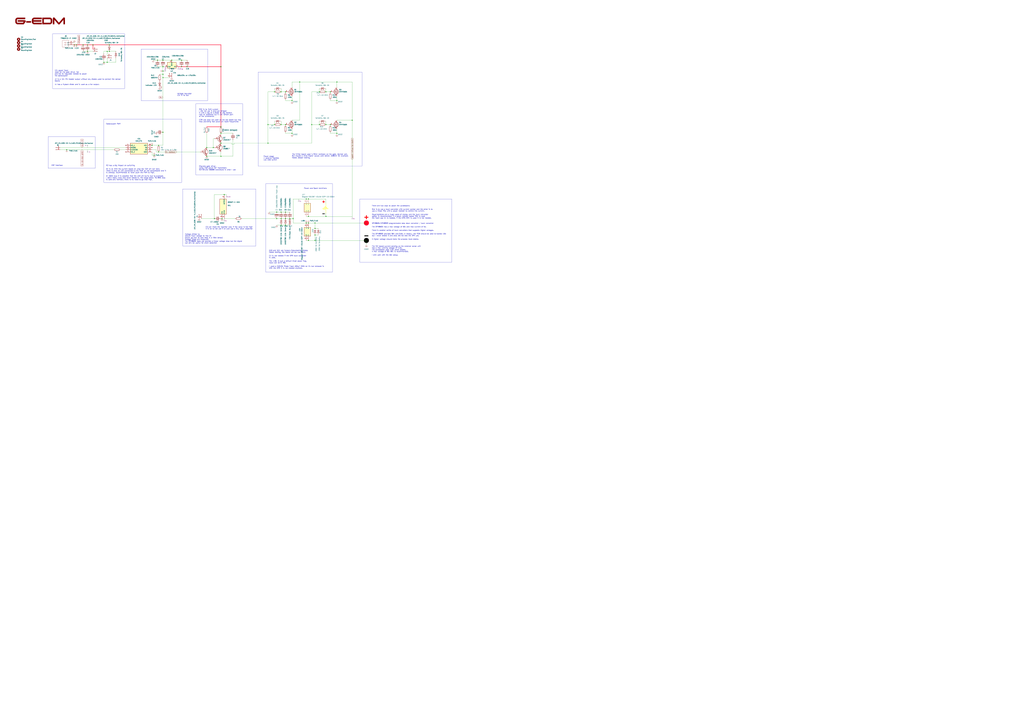
<source format=kicad_sch>
(kicad_sch (version 20230121) (generator eeschema)
  (paper "A0")
  (lib_symbols
    (symbol "2024-07-21_03-06-01:796643-2" (pin_names (offset 0.254))
      (property "Reference" "J" (at 8.89 6.35 0))
      (property "Value" "796643-2" (at 0 0 0))
      (symbol "796643-2_1_1"
        (pin unspecified line (at 0 0 0) (length 5.08) (name "1") (number "1"))
        (pin unspecified line (at 0 -2.54 0) (length 5.08) (name "2") (number "2"))
      )
      (symbol "796643-2_1_2"
        (pin unspecified line (at 0 0 0) (length 5.08) (name "1") (number "1"))
        (pin unspecified line (at 0 -2.54 0) (length 5.08) (name "2") (number "2"))
      )
    )
    (symbol "3006P-1-103b:3006P-1-103"
      (property "Reference" "VR" (at 24.13 7.62 0))
      (property "Value" "3006P-1-103" (at 24.13 5.08 0))
      (symbol "3006P-1-103_1_1"
        (pin passive line (at 27.94 0 180) (length 5.08) (name "CCW") (number "1"))
        (pin passive line (at 0 0 0) (length 5.08) (name "WIPER") (number "2"))
        (pin passive line (at 27.94 -2.54 180) (length 5.08) (name "CW") (number "3"))
      )
    )
    (symbol "6N136Sa:6N136S"
      (property "Reference" "IC2" (at 15.24 7.62 0))
      (property "Value" "6N136S" (at 15.24 5.08 0))
      (symbol "6N136S_1_1"
        (pin no_connect line (at 0 0 0) (length 5.08) (name "NC_1") (number "1"))
        (pin passive line (at 0 -2.54 0) (length 5.08) (name "ANODE") (number "2"))
        (pin passive line (at 0 -5.08 0) (length 5.08) (name "CATHODE") (number "3"))
        (pin no_connect line (at 0 -7.62 0) (length 5.08) (name "NC_2") (number "4"))
        (pin passive line (at 30.48 -7.62 180) (length 5.08) (name "GND") (number "5"))
        (pin passive line (at 30.48 -5.08 180) (length 5.08) (name "VO") (number "6"))
        (pin no_connect line (at 30.48 -2.54 180) (length 5.08) (name "VB") (number "7"))
        (pin passive line (at 30.48 0 180) (length 5.08) (name "VCC") (number "8"))
      )
    )
    (symbol "Connector:Conn_01x02_Pin" (pin_names (offset 1.016) hide)
      (property "Reference" "J" (at 0 2.54 0))
      (property "Value" "Conn_01x02_Pin" (at 0 -5.08 0))
      (symbol "Conn_01x02_Pin_1_1"
        (pin passive line (at 5.08 0 180) (length 3.81) (name "Pin_1") (number "1"))
        (pin passive line (at 5.08 -2.54 180) (length 3.81) (name "Pin_2") (number "2"))
      )
    )
    (symbol "DEGSON_DG135T-10_16-02P-13-00A:DEGSON_DG135T-10.16-02P-13-00AH"
      (property "Reference" "J" (at 16.51 7.62 0))
      (property "Value" "DEGSON_DG135T-10.16-02P-13-00AH" (at 16.51 5.08 0))
      (symbol "DEGSON_DG135T-10.16-02P-13-00AH_1_1"
        (pin passive line (at 0 -2.54 0) (length 5.08) (name "1") (number "1"))
        (pin passive line (at 0 0 0) (length 5.08) (name "2") (number "2"))
        (pin passive line (at 20.32 -2.54 180) (length 5.08) (name "3") (number "3"))
        (pin passive line (at 20.32 0 180) (length 5.08) (name "4") (number "4"))
      )
    )
    (symbol "Device:C" (pin_numbers hide) (pin_names (offset 0.254))
      (property "Reference" "C" (at 0.635 2.54 0))
      (property "Value" "C" (at 0.635 -2.54 0))
      (symbol "C_1_1"
        (pin passive line (at 0 3.81 270) (length 2.794) (name "~") (number "1"))
        (pin passive line (at 0 -3.81 90) (length 2.794) (name "~") (number "2"))
      )
    )
    (symbol "Device:C_Polarized" (pin_numbers hide) (pin_names (offset 0.254))
      (property "Reference" "C" (at 0.635 2.54 0))
      (property "Value" "C_Polarized" (at 0.635 -2.54 0))
      (symbol "C_Polarized_1_1"
        (pin passive line (at 0 3.81 270) (length 2.794) (name "~") (number "1"))
        (pin passive line (at 0 -3.81 90) (length 2.794) (name "~") (number "2"))
      )
    )
    (symbol "Device:D" (pin_numbers hide) (pin_names (offset 1.016) hide)
      (property "Reference" "D" (at 0 2.54 0))
      (property "Value" "D" (at 0 -2.54 0))
      (symbol "D_1_1"
        (pin passive line (at -3.81 0 0) (length 2.54) (name "K") (number "1"))
        (pin passive line (at 3.81 0 180) (length 2.54) (name "A") (number "2"))
      )
    )
    (symbol "Device:D_Schottky" (pin_numbers hide) (pin_names (offset 1.016) hide)
      (property "Reference" "D" (at 0 2.54 0))
      (property "Value" "D_Schottky" (at 0 -2.54 0))
      (symbol "D_Schottky_1_1"
        (pin passive line (at -3.81 0 0) (length 2.54) (name "K") (number "1"))
        (pin passive line (at 3.81 0 180) (length 2.54) (name "A") (number "2"))
      )
    )
    (symbol "Device:D_Zener" (pin_numbers hide) (pin_names (offset 1.016) hide)
      (property "Reference" "D" (at 0 2.54 0))
      (property "Value" "D_Zener" (at 0 -2.54 0))
      (symbol "D_Zener_1_1"
        (pin passive line (at -3.81 0 0) (length 2.54) (name "K") (number "1"))
        (pin passive line (at 3.81 0 180) (length 2.54) (name "A") (number "2"))
      )
    )
    (symbol "Device:LED" (pin_numbers hide) (pin_names (offset 1.016) hide)
      (property "Reference" "D" (at 0 2.54 0))
      (property "Value" "LED" (at 0 -2.54 0))
      (symbol "LED_1_1"
        (pin passive line (at -3.81 0 0) (length 2.54) (name "K") (number "1"))
        (pin passive line (at 3.81 0 180) (length 2.54) (name "A") (number "2"))
      )
    )
    (symbol "Device:R" (pin_numbers hide) (pin_names (offset 0))
      (property "Reference" "R" (at 2.032 0 90))
      (property "Value" "R" (at 0 0 90))
      (symbol "R_1_1"
        (pin passive line (at 0 3.81 270) (length 1.27) (name "~") (number "1"))
        (pin passive line (at 0 -3.81 90) (length 1.27) (name "~") (number "2"))
      )
    )
    (symbol "Diode:SMAJ300CA" (pin_numbers hide) (pin_names (offset 1.016) hide)
      (property "Reference" "D" (at 0 2.54 0))
      (property "Value" "SMAJ300CA" (at 0 -2.54 0))
      (symbol "SMAJ300CA_1_1"
        (pin passive line (at -3.81 0 0) (length 2.54) (name "A1") (number "1"))
        (pin passive line (at 3.81 0 180) (length 2.54) (name "A2") (number "2"))
      )
    )
    (symbol "Mechanical:MountingHole" (pin_names (offset 1.016))
      (property "Reference" "H" (at 0 5.08 0))
      (property "Value" "MountingHole" (at 0 3.175 0))
    )
    (symbol "Regulator_Linear:L7805" (pin_names (offset 0.254))
      (property "Reference" "U" (at -3.81 3.175 0))
      (property "Value" "L7805" (at 0 3.175 0))
      (symbol "L7805_1_1"
        (pin power_in line (at -7.62 0 0) (length 2.54) (name "IN") (number "1"))
        (pin power_in line (at 0 -7.62 90) (length 2.54) (name "GND") (number "2"))
        (pin power_out line (at 7.62 0 180) (length 2.54) (name "OUT") (number "3"))
      )
    )
    (symbol "Transistor_BJT:2SB817" (pin_names (offset 0) hide)
      (property "Reference" "Q" (at 5.08 1.905 0))
      (property "Value" "2SB817" (at 5.08 0 0))
      (symbol "2SB817_1_1"
        (pin input line (at -5.08 0 0) (length 5.08) (name "B") (number "1"))
        (pin passive line (at 2.54 5.08 270) (length 2.54) (name "C") (number "2"))
        (pin passive line (at 2.54 -5.08 90) (length 2.54) (name "E") (number "3"))
      )
    )
    (symbol "Transistor_BJT:2SD1047" (pin_names (offset 0) hide)
      (property "Reference" "Q" (at 6.35 1.905 0))
      (property "Value" "2SD1047" (at 6.35 0 0))
      (symbol "2SD1047_1_1"
        (pin input line (at -5.08 0 0) (length 5.08) (name "B") (number "1"))
        (pin passive line (at 2.54 5.08 270) (length 2.54) (name "C") (number "2"))
        (pin passive line (at 2.54 -5.08 90) (length 2.54) (name "E") (number "3"))
      )
    )
    (symbol "Transistor_FET:C2M0025120D" (pin_names hide)
      (property "Reference" "Q" (at 5.08 1.905 0))
      (property "Value" "C2M0025120D" (at 5.08 0 0))
      (symbol "C2M0025120D_1_1"
        (pin input line (at -5.08 0 0) (length 2.54) (name "G") (number "1"))
        (pin passive line (at 2.54 5.08 270) (length 2.54) (name "D") (number "2"))
        (pin passive line (at 2.54 -5.08 90) (length 2.54) (name "S") (number "3"))
      )
    )
    (symbol "logo-gedm:LOGO" (pin_names (offset 1.016)))
    (symbol "power:+12V" (power) (pin_names (offset 0))
      (property "Value" "+12V" (at 0 3.556 0))
      (symbol "+12V_1_1"
        (pin power_in line (at 0 0 90) (length 0) hide (name "+12V") (number "1"))
      )
    )
    (symbol "power:+48V" (power) (pin_names (offset 0))
      (property "Value" "+48V" (at 0 3.556 0))
      (symbol "+48V_1_1"
        (pin power_in line (at 0 0 90) (length 0) hide (name "+48V") (number "1"))
      )
    )
    (symbol "power:GND2" (power) (pin_names (offset 0))
      (property "Value" "GND2" (at 0 -3.81 0))
      (symbol "GND2_1_1"
        (pin power_in line (at 0 0 270) (length 0) hide (name "GND2") (number "1"))
      )
    )
    (symbol "power:PWR_FLAG" (power) (pin_numbers hide) (pin_names (offset 0) hide)
      (property "Value" "PWR_FLAG" (at 0 3.81 0))
      (symbol "PWR_FLAG_0_0"
        (pin power_out line (at 0 0 90) (length 0) (name "pwr") (number "1"))
      )
    )
  )
  (junction (at 408.94 139.7))
  (junction (at 365.76 265.43))
  (junction (at 340.36 254))
  (junction (at 331.47 261.62))
  (junction (at 331.47 254))
  (junction (at 318.77 144.78))
  (junction (at 240.03 171.45))
  (junction (at 370.84 106.68))
  (junction (at 107.95 52.07))
  (junction (at 189.23 90.17))
  (junction (at 311.15 166.37))
  (junction (at 326.39 246.38))
  (junction (at 240.03 181.61))
  (junction (at 120.65 72.39))
  (junction (at 383.54 106.68))
  (junction (at 336.55 254))
  (junction (at 378.46 144.78))
  (junction (at 101.6 59.69))
  (junction (at 331.47 144.78))
  (junction (at 358.14 231.14))
  (junction (at 321.31 254))
  (junction (at 326.39 254))
  (junction (at 347.98 95.25))
  (junction (at 256.54 147.32))
  (junction (at 260.35 226.06))
  (junction (at 86.36 52.07))
  (junction (at 256.54 181.61))
  (junction (at 339.09 154.94))
  (junction (at 365.76 259.08))
  (junction (at 182.88 69.85))
  (junction (at 378.46 251.46))
  (junction (at 331.47 106.68))
  (junction (at 391.16 116.84))
  (junction (at 247.65 171.45))
  (junction (at 124.46 72.39))
  (junction (at 189.23 69.85))
  (junction (at 339.09 116.84))
  (junction (at 358.14 259.08))
  (junction (at 361.95 144.78))
  (junction (at 189.23 153.67))
  (junction (at 77.47 173.99))
  (junction (at 318.77 106.68))
  (junction (at 256.54 77.47))
  (junction (at 257.81 254))
  (junction (at 199.39 69.85))
  (junction (at 370.84 144.78))
  (junction (at 311.15 144.78))
  (junction (at 88.9 52.07))
  (junction (at 127 52.07))
  (junction (at 217.17 77.47))
  (junction (at 355.6 259.08))
  (junction (at 383.54 144.78))
  (junction (at 256.54 166.37))
  (junction (at 210.82 69.85))
  (junction (at 391.16 154.94))
  (junction (at 365.76 279.4))
  (junction (at 176.53 168.91))
  (junction (at 189.23 77.47))
  (junction (at 326.39 261.62))
  (junction (at 179.07 180.34))
  (junction (at 321.31 246.38))
  (junction (at 127 59.69))
  (junction (at 355.6 231.14))
  (junction (at 248.92 254))
  (junction (at 365.76 273.05))
  (junction (at 189.23 86.36))
  (junction (at 378.46 106.68))
  (junction (at 184.15 176.53))
  (junction (at 326.39 144.78))
  (junction (at 101.6 52.07))
  (junction (at 96.52 52.07))
  (junction (at 124.46 59.69))
  (junction (at 184.15 168.91))
  (junction (at 210.82 77.47))
  (junction (at 256.54 154.94))
  (junction (at 391.16 95.25))
  (junction (at 358.14 279.4))
  (junction (at 331.47 246.38))
  (junction (at 326.39 106.68))
  (junction (at 189.23 82.55))
  (junction (at 358.14 251.46))
  (wire (pts (xy 361.95 144.78) (xy 361.95 106.68)))
  (wire (pts (xy 139.7 173.99) (xy 146.05 173.99)))
  (wire (pts (xy 189.23 153.67) (xy 189.23 168.91)))
  (wire (pts (xy 365.76 279.4) (xy 425.45 279.4)))
  (wire (pts (xy 340.36 231.14) (xy 355.6 231.14)))
  (wire (pts (xy 240.03 181.61) (xy 256.54 181.61)))
  (wire (pts (xy 311.15 144.78) (xy 311.15 166.37)))
  (wire (pts (xy 127 59.69) (xy 124.46 59.69)))
  (wire (pts (xy 256.54 154.94) (xy 270.51 154.94)))
  (wire (pts (xy 96.52 59.69) (xy 101.6 59.69)))
  (wire (pts (xy 339.09 95.25) (xy 339.09 101.6)))
  (wire (pts (xy 318.77 140.97) (xy 318.77 144.78)))
  (wire (pts (xy 358.14 251.46) (xy 355.6 251.46)))
  (polyline (pts (xy 378.46 247.65) (xy 378.46 243.84)) (stroke (width 0.3) (color 253 255 20 1)))
  (wire (pts (xy 96.52 52.07) (xy 101.6 52.07)) (stroke (width 0.5) (color 255 3 41 1)))
  (wire (pts (xy 391.16 154.94) (xy 391.16 149.86)))
  (wire (pts (xy 336.55 254) (xy 340.36 254)))
  (wire (pts (xy 189.23 77.47) (xy 189.23 82.55)))
  (wire (pts (xy 331.47 107.95) (xy 331.47 106.68)))
  (wire (pts (xy 365.76 259.08) (xy 425.45 259.08)))
  (wire (pts (xy 248.92 226.06) (xy 260.35 226.06)))
  (wire (pts (xy 358.14 251.46) (xy 378.46 251.46)))
  (polyline (pts (xy 381 242.57) (xy 375.92 241.3)) (stroke (width 0.3) (color 253 255 20 1)))
  (wire (pts (xy 339.09 156.21) (xy 339.09 154.94)))
  (wire (pts (xy 378.46 144.78) (xy 383.54 144.78)))
  (wire (pts (xy 256.54 77.47) (xy 256.54 147.32)) (stroke (width 0.5) (color 255 3 41 1)))
  (wire (pts (xy 336.55 246.38) (xy 331.47 246.38)))
  (wire (pts (xy 355.6 259.08) (xy 358.14 259.08)))
  (wire (pts (xy 340.36 259.08) (xy 355.6 259.08)))
  (wire (pts (xy 378.46 247.65) (xy 378.46 251.46)))
  (wire (pts (xy 88.9 52.07) (xy 96.52 52.07)) (stroke (width 0.5) (color 255 3 41 1)))
  (wire (pts (xy 365.76 259.08) (xy 365.76 265.43)))
  (wire (pts (xy 101.6 59.69) (xy 107.95 59.69)))
  (wire (pts (xy 378.46 106.68) (xy 383.54 106.68)))
  (wire (pts (xy 280.67 254) (xy 321.31 254)))
  (wire (pts (xy 124.46 67.31) (xy 124.46 72.39)))
  (wire (pts (xy 378.46 251.46) (xy 408.94 251.46)))
  (wire (pts (xy 107.95 52.07) (xy 127 52.07)) (stroke (width 0.5) (color 255 3 41 1)))
  (wire (pts (xy 120.65 59.69) (xy 124.46 59.69)))
  (wire (pts (xy 408.94 139.7) (xy 408.94 251.46)))
  (wire (pts (xy 331.47 254) (xy 336.55 254)))
  (wire (pts (xy 69.85 173.99) (xy 77.47 173.99)))
  (wire (pts (xy 271.78 166.37) (xy 271.78 167.64)))
  (wire (pts (xy 182.88 77.47) (xy 189.23 77.47)))
  (wire (pts (xy 383.54 154.94) (xy 391.16 154.94)))
  (polyline (pts (xy 374.65 242.57) (xy 381 242.57)) (stroke (width 0.3) (color 253 255 20 1)))
  (wire (pts (xy 269.24 166.37) (xy 269.24 167.64)))
  (wire (pts (xy 370.84 102.87) (xy 370.84 106.68)))
  (wire (pts (xy 134.62 72.39) (xy 124.46 72.39)))
  (wire (pts (xy 270.51 162.56) (xy 270.51 181.61)))
  (wire (pts (xy 233.68 254) (xy 248.92 254)))
  (wire (pts (xy 391.16 118.11) (xy 391.16 116.84)))
  (wire (pts (xy 408.94 95.25) (xy 408.94 139.7)))
  (wire (pts (xy 85.09 52.07) (xy 86.36 52.07)) (stroke (width 0.5) (color 255 3 41 1)))
  (wire (pts (xy 189.23 86.36) (xy 189.23 90.17)))
  (wire (pts (xy 326.39 254) (xy 331.47 254)))
  (wire (pts (xy 247.65 161.29) (xy 248.92 161.29)))
  (wire (pts (xy 391.16 95.25) (xy 391.16 101.6)))
  (wire (pts (xy 378.46 102.87) (xy 378.46 106.68)))
  (wire (pts (xy 256.54 181.61) (xy 270.51 181.61)))
  (wire (pts (xy 326.39 144.78) (xy 331.47 144.78)))
  (wire (pts (xy 247.65 171.45) (xy 248.92 171.45)))
  (polyline (pts (xy 377.19 240.03) (xy 378.46 240.03)) (stroke (width 0.3) (color 253 255 20 1)))
  (wire (pts (xy 326.39 261.62) (xy 331.47 261.62)))
  (wire (pts (xy 189.23 90.17) (xy 196.85 90.17)))
  (wire (pts (xy 199.39 69.85) (xy 210.82 69.85)))
  (wire (pts (xy 240.03 147.32) (xy 256.54 147.32)) (stroke (width 0.5) (color 255 3 41 1)))
  (wire (pts (xy 370.84 140.97) (xy 370.84 144.78)))
  (wire (pts (xy 311.15 166.37) (xy 361.95 166.37)))
  (wire (pts (xy 383.54 146.05) (xy 383.54 144.78)))
  (wire (pts (xy 365.76 279.4) (xy 365.76 273.05)))
  (wire (pts (xy 425.45 279.4) (xy 425.45 284.48)))
  (wire (pts (xy 217.17 77.47) (xy 256.54 77.47)) (stroke (width 0.5) (color 255 3 41 1)))
  (polyline (pts (xy 375.92 241.3) (xy 379.73 241.3)) (stroke (width 0.3) (color 253 255 20 1)))
  (wire (pts (xy 189.23 69.85) (xy 199.39 69.85)))
  (wire (pts (xy 391.16 156.21) (xy 391.16 154.94)))
  (wire (pts (xy 184.15 168.91) (xy 189.23 168.91)))
  (wire (pts (xy 391.16 95.25) (xy 408.94 95.25)))
  (wire (pts (xy 120.65 72.39) (xy 124.46 72.39)))
  (wire (pts (xy 247.65 161.29) (xy 247.65 171.45)))
  (wire (pts (xy 358.14 259.08) (xy 365.76 259.08)))
  (wire (pts (xy 361.95 166.37) (xy 361.95 144.78)))
  (wire (pts (xy 358.14 231.14) (xy 378.46 231.14)))
  (wire (pts (xy 391.16 116.84) (xy 391.16 111.76)))
  (wire (pts (xy 256.54 181.61) (xy 256.54 176.53)))
  (polyline (pts (xy 378.46 240.03) (xy 378.46 236.22)) (stroke (width 0.3) (color 253 255 20 1)))
  (wire (pts (xy 256.54 254) (xy 257.81 254)))
  (wire (pts (xy 391.16 139.7) (xy 408.94 139.7)))
  (wire (pts (xy 77.47 173.99) (xy 132.08 173.99)))
  (wire (pts (xy 256.54 52.07) (xy 256.54 77.47)) (stroke (width 0.5) (color 255 3 41 1)))
  (wire (pts (xy 340.36 231.14) (xy 340.36 254)))
  (wire (pts (xy 134.62 67.31) (xy 134.62 72.39)))
  (wire (pts (xy 248.92 226.06) (xy 248.92 254)))
  (wire (pts (xy 331.47 154.94) (xy 339.09 154.94)))
  (wire (pts (xy 378.46 231.14) (xy 378.46 236.22)))
  (wire (pts (xy 339.09 95.25) (xy 347.98 95.25)))
  (wire (pts (xy 336.55 261.62) (xy 331.47 261.62)))
  (wire (pts (xy 361.95 144.78) (xy 370.84 144.78)))
  (wire (pts (xy 120.65 62.23) (xy 120.65 59.69)))
  (wire (pts (xy 339.09 118.11) (xy 339.09 116.84)))
  (wire (pts (xy 210.82 77.47) (xy 217.17 77.47)) (stroke (width 0.5) (color 255 3 41 1)))
  (wire (pts (xy 383.54 116.84) (xy 383.54 115.57)))
  (wire (pts (xy 256.54 166.37) (xy 269.24 166.37)))
  (wire (pts (xy 383.54 154.94) (xy 383.54 153.67)))
  (wire (pts (xy 210.82 69.85) (xy 217.17 69.85)))
  (wire (pts (xy 331.47 116.84) (xy 331.47 115.57)))
  (wire (pts (xy 361.95 106.68) (xy 370.84 106.68)))
  (wire (pts (xy 240.03 171.45) (xy 247.65 171.45)))
  (wire (pts (xy 207.01 77.47) (xy 210.82 77.47)) (stroke (width 0.5) (color 255 3 41 1)))
  (wire (pts (xy 339.09 116.84) (xy 339.09 111.76)))
  (wire (pts (xy 311.15 106.68) (xy 318.77 106.68)))
  (wire (pts (xy 176.53 176.53) (xy 176.53 180.34)))
  (wire (pts (xy 271.78 166.37) (xy 311.15 166.37)))
  (wire (pts (xy 355.6 231.14) (xy 358.14 231.14)))
  (wire (pts (xy 358.14 279.4) (xy 365.76 279.4)))
  (wire (pts (xy 347.98 95.25) (xy 347.98 139.7)))
  (wire (pts (xy 339.09 154.94) (xy 339.09 149.86)))
  (wire (pts (xy 124.46 59.69) (xy 124.46 64.77)))
  (wire (pts (xy 273.05 254) (xy 260.35 254)))
  (wire (pts (xy 189.23 77.47) (xy 191.77 77.47)))
  (wire (pts (xy 177.8 69.85) (xy 182.88 69.85)))
  (wire (pts (xy 326.39 106.68) (xy 331.47 106.68)))
  (wire (pts (xy 269.24 167.64) (xy 271.78 167.64)))
  (wire (pts (xy 326.39 102.87) (xy 326.39 106.68)))
  (wire (pts (xy 326.39 140.97) (xy 326.39 144.78)))
  (wire (pts (xy 326.39 246.38) (xy 331.47 246.38)))
  (wire (pts (xy 331.47 146.05) (xy 331.47 144.78)))
  (wire (pts (xy 365.76 265.43) (xy 369.57 265.43)))
  (wire (pts (xy 127 52.07) (xy 123.19 52.07)))
  (wire (pts (xy 331.47 116.84) (xy 339.09 116.84)))
  (wire (pts (xy 365.76 273.05) (xy 369.57 273.05)))
  (wire (pts (xy 69.85 171.45) (xy 146.05 171.45)))
  (wire (pts (xy 189.23 90.17) (xy 189.23 153.67)))
  (wire (pts (xy 182.88 69.85) (xy 189.23 69.85)))
  (wire (pts (xy 256.54 154.94) (xy 256.54 156.21)))
  (wire (pts (xy 260.35 226.06) (xy 262.89 226.06)))
  (polyline (pts (xy 379.73 241.3) (xy 377.19 240.03)) (stroke (width 0.3) (color 253 255 20 1)))
  (wire (pts (xy 331.47 154.94) (xy 331.47 153.67)))
  (wire (pts (xy 181.61 176.53) (xy 184.15 176.53)))
  (wire (pts (xy 127 52.07) (xy 256.54 52.07)) (stroke (width 0.5) (color 255 3 41 1)))
  (polyline (pts (xy 378.46 243.84) (xy 374.65 242.57)) (stroke (width 0.3) (color 253 255 20 1)))
  (wire (pts (xy 184.15 176.53) (xy 232.41 176.53)))
  (wire (pts (xy 85.09 49.53) (xy 86.36 49.53)))
  (wire (pts (xy 176.53 168.91) (xy 184.15 168.91)))
  (wire (pts (xy 383.54 107.95) (xy 383.54 106.68)))
  (wire (pts (xy 347.98 95.25) (xy 391.16 95.25)))
  (wire (pts (xy 88.9 52.07) (xy 86.36 52.07)) (stroke (width 0.5) (color 255 3 41 1)))
  (wire (pts (xy 181.61 173.99) (xy 181.61 176.53)))
  (wire (pts (xy 185.42 86.36) (xy 189.23 86.36)))
  (wire (pts (xy 107.95 52.07) (xy 107.95 57.15)) (stroke (width 0.5) (color 255 3 41 1)))
  (wire (pts (xy 321.31 261.62) (xy 326.39 261.62)))
  (wire (pts (xy 321.31 254) (xy 326.39 254)))
  (wire (pts (xy 127 59.69) (xy 134.62 59.69)))
  (wire (pts (xy 101.6 52.07) (xy 107.95 52.07)) (stroke (width 0.5) (color 255 3 41 1)))
  (wire (pts (xy 120.65 69.85) (xy 120.65 72.39)))
  (wire (pts (xy 383.54 116.84) (xy 391.16 116.84)))
  (wire (pts (xy 347.98 139.7) (xy 339.09 139.7)))
  (wire (pts (xy 318.77 102.87) (xy 318.77 106.68)))
  (wire (pts (xy 240.03 154.94) (xy 240.03 171.45)))
  (wire (pts (xy 340.36 254) (xy 340.36 259.08)))
  (wire (pts (xy 312.42 246.38) (xy 321.31 246.38)))
  (wire (pts (xy 176.53 180.34) (xy 179.07 180.34)))
  (wire (pts (xy 311.15 106.68) (xy 311.15 144.78)))
  (wire (pts (xy 311.15 144.78) (xy 318.77 144.78)))
  (wire (pts (xy 321.31 246.38) (xy 326.39 246.38)))
  (wire (pts (xy 176.53 173.99) (xy 181.61 173.99)))
  (wire (pts (xy 189.23 82.55) (xy 189.23 86.36)))
  (wire (pts (xy 355.6 279.4) (xy 358.14 279.4)))
  (wire (pts (xy 378.46 140.97) (xy 378.46 144.78)))
  (rectangle (start 120.65 138.43) (end 210.82 212.09))
  (rectangle (start 60.96 39.37) (end 144.78 102.87))
  (circle (center 425.45 279.4) (radius 2.8398) (stroke (width 0) (color 0 0 0 1)) (fill (type color) (color 0 0 0 1)))
  (rectangle (start 417.83 231.14) (end 524.51 304.8))
  (rectangle (start 163.83 57.15) (end 241.3 116.84))
  (rectangle (start 212.09 219.71) (end 297.18 285.75))
  (rectangle (start 55.88 158.75) (end 110.49 195.58))
  (rectangle (start 308.61 213.36) (end 386.08 316.23))
  (rectangle (start 299.72 83.82) (end 420.37 193.04))
  (rectangle (start 227.33 120.65) (end 281.94 203.2))
  (circle (center 425.45 259.08) (radius 2.8398) (stroke (width 0) (color 255 0 19 1)) (fill (type color) (color 255 2 34 1)))
  (text "There are two ways to power the pulseboard.\n\nOne is to use a buck converter with current control and the other is to \nuse a linear PSU with a power resistor to control the current.\n\nPowerresistors are a huge waste of energy and the buck converter \noption is recommended. If a power resistor based PSU is used \nthe flash cap C4 is needed. If the DPM/DPH is used it is not needed.\n\n\nDPM8605/DPH8909 programmable step down converter / buck converter\n\nThe DPM8605 has a max voltage of 60v and max current of 5A.\n\nThere is another series of buck converters that supports higher voltages.\n\nThe DPH8909 provides 96V and 9,6A. In theory.. the PCB should be able to handle 10A\nbut I never tested it and also did not test the DPH yet.\n\nA higher voltage should make the process more stable.\n\n\n\nThe INA based current sensing on the external sense unit\nhas a max working voltage of 110v. \nThe pulseboard uses 110v zener diodes.\nA max voltage of 80-90v is recommended.\n\nI still work with the 60v setup." (at 431.8 297.18 0) (effects (font (size 1.27 1.27)) (justify left bottom)))
  (text "C5 can make the reaction slow if the value is too high\nIt is ok to not use it or just use a tiny value capacitor" (at 238.76 266.7 0) (effects (font (size 1.27 1.27)) (justify left bottom)))
  (text "Power stage\n4 parallel Mosfets\nLow side switch" (at 306.07 186.69 0) (effects (font (size 1.27 1.27)) (justify left bottom)))
  (text "R31 is to limit current\nI did not use it and just bridged\nit with a leg of a diode or big resistor\nHad no problems but it will remain part \nof the schematics\n\nC29 was also not used on the old board but may \nhelp providing fast power on rapid frequencies" (at 231.14 142.24 0) (effects (font (size 1.27 1.27)) (justify left bottom)))
  (text "-" (at 373.38 250.19 0) (effects (font (size 3 3) (thickness 1) bold) (justify left bottom)))
  (text "Optocoupler PWM" (at 123.19 144.78 0) (effects (font (size 1.27 1.27)) (justify left bottom)))
  (text "-" (at 421.64 276.86 0) (effects (font (size 5 5) (thickness 1) bold) (justify left bottom)))
  (text "Voltage divider to\nreduce input voltage to max 5v \n(never go max 5v and keep it a little below)\nVoltage drops are measured\nThe DPM8605 does not provide a linear voltage drop but the signal\ncan still be useful for short detection" (at 214.63 283.21 0) (effects (font (size 1.27 1.27)) (justify left bottom)))
  (text "Power and Spark terminals" (at 353.06 219.71 0) (effects (font (size 1.27 1.27)) (justify left bottom)))
  (text "R2 has a big impact on switching\n\nR1 is to limit the current based on what the ESP pin can take.\nThere is also an LED connected to the PWM on the sensorboard and it\nis strongly recommended to never push the PWM to high.\n\nAt 100% duty it is possible that the ESP pin burns due to overload.\nI don't really know and never tested it. The range below 70/80% duty\nis safe and normally there is no need to go that high." (at 123.19 209.55 0) (effects (font (size 1.27 1.27)) (justify left bottom)))
  (text "12v power input\nUsed for the gate driver, fan\nand the 5v regulator needed to power \nthe optocoupler\n\nJ2 is a 12v Pin header output without any diodes used to connect the sensor\nboard.\n\nJ4 has a flyback diode and is used as a fan output." (at 63.5 99.06 0) (effects (font (size 1.27 1.27)) (justify left bottom)))
  (text "+" (at 421.64 255.27 0) (effects (font (size 5 5) (thickness 1) bold) (justify left bottom)))
  (text "Discrete gate driver\nusing high power BJT transistors\nSD718 and SB688 transistors is what I use" (at 231.14 198.12 0) (effects (font (size 1.27 1.27)) (justify left bottom)))
  (text "D20 and D21 are flyback/freewheeling diodes\nNeeds testing. Old board did not use them.\n\nC4 is not needed if the DPM buck converter\nis used.\n\nThe +48v is just a default kicad power flag. \nInput can be 0-90v \n\nI used a CAMION Photo Flash 100µF 330V on C4 but removed it.\nWith the DPM it is not needed anymore." (at 312.42 312.42 0) (effects (font (size 1.27 1.27)) (justify left bottom)))
  (text "Voltage regulator\n12v in 5v out" (at 205.74 111.76 0) (effects (font (size 1.27 1.27)) (justify left bottom)))
  (text "+" (at 373.38 236.22 0) (effects (font (size 3 3) (thickness 1) bold) (justify left bottom)))
  (text "The initial board used 4.7Ohm resistors on the gate. Worked well.\nBut maybe a little higher values work better. 6.8Ohm for example.\nNeeds deeper testing." (at 339.09 184.15 0) (effects (font (size 1.27 1.27)) (justify left bottom)))
  (text "ESP interface" (at 59.69 193.04 0) (effects (font (size 1.27 1.27)) (justify left bottom)))
  (global_label "spark-minus-to-drain" (shape input) (at 408.94 185.42 90) (property "Intersheetrefs" "${INTERSHEET_REFS}" (effects hide)) (property "Referenzen zwischen Schaltplänen" "${INTERSHEET_REFS}" (effects hide)))
  (global_label "5v" (shape input) (at 189.23 113.03 180) (property "Intersheetrefs" "${INTERSHEET_REFS}" (effects hide)) (property "Referenzen zwischen Schaltplänen" "${INTERSHEET_REFS}" (effects hide)))
  (global_label "5v-optoout" (shape output) (at 191.77 176.53 0) (property "Intersheetrefs" "${INTERSHEET_REFS}" (effects hide)) (property "Referenzen zwischen Schaltplänen" "${INTERSHEET_REFS}" (effects hide)))
  (global_label "12vpower" (shape input) (at 91.44 52.07 90) (property "Intersheetrefs" "${INTERSHEET_REFS}" (effects hide)))
  (global_label "to-sb-esp-gnd1" (shape input) (at 95.25 173.99 270) (property "Intersheetrefs" "${INTERSHEET_REFS}" (effects hide)))
  (global_label "pwm-in" (shape input) (at 95.25 171.45 90) (property "Intersheetrefs" "${INTERSHEET_REFS}" (effects hide)))
  (netclass_flag "" (length 2.54) (shape round) (at 189.23 82.55 270) (property "Netclass" "5vg" (at 191.77 81.8515 90) (effects (font italic) (justify left))))
  (netclass_flag "" (length 2.54) (shape round) (at 207.01 77.47 180) (property "Netclass" "12vg" (at 207.7085 80.01 0) (effects (font italic) (justify left))))
  (netclass_flag "" (length 2.54) (shape round) (at 101.6 173.99 180) (property "Netclass" "lv" (at 102.87 176.53 0) (effects (font italic) (justify left))))
  (netclass_flag "" (length 2.54) (shape round) (at 346.71 231.14 180) (property "Netclass" "hv" (at 347.4085 233.68 0) (effects (font italic) (justify left))))
  (netclass_flag "" (length 2.54) (shape round) (at 260.35 254 180) (property "Netclass" "hv" (at 261.0485 256.54 0) (effects (font italic) (justify left))))
  (netclass_flag "" (length 2.54) (shape round) (at 262.89 226.06 180) (property "Netclass" "hvm" (at 263.5885 228.6 0) (effects (font italic) (justify left))))
  (netclass_flag "" (length 2.54) (shape round) (at 101.6 171.45 0) (property "Netclass" "lv" (at 100.33 168.91 0) (effects (font italic) (justify right))))
  (netclass_flag "" (length 2.54) (shape round) (at 408.94 251.46 180) (property "Netclass" "hv" (at 409.6385 254 0) (effects (font italic) (justify left))))
  (symbol (lib_id "6N136Sa:6N136S") (at 146.05 168.91 0) (unit 1)
    (property "Reference" "IC5" (at 161.29 161.29 0))
    (property "Value" "6N137S" (at 161.29 163.83 0))
    (property "Footprint" "SOP254P1016X460-8N" (effects hide))
    (property "Datasheet" "https://optoelectronics.liteon.com/upload/download/DS70-2008-0032/6N135-L%206N136-L%20series.pdf" (effects hide))
    (property "Height" "4.6" (effects hide))
    (property "Manufacturer_Name" "Lite-On" (effects hide))
    (property "Manufacturer_Part_Number" "6N136S" (effects hide))
    (property "Mouser Part Number" "859-6N136S" (effects hide))
    (property "Mouser Price/Stock" "https://www.mouser.co.uk/ProductDetail/Lite-On/6N136S?qs=PByDJ0nQNwodpj4vLYO2Qg%3D%3D" (effects hide))
    (property "Arrow Part Number" "6N136S" (effects hide))
    (property "Arrow Price/Stock" "https://www.arrow.com/en/products/6n136s/lite-on-technology?region=nac" (effects hide))
  )
  (symbol (lib_id "power:GND2") (at 185.42 101.6 0) (unit 1)
    (property "Reference" "#PWR036" (effects hide))
    (property "Value" "GND2" (at 185.42 105.41 0))
  )
  (symbol (lib_id "Device:R") (at 383.54 149.86 0) (unit 1)
    (property "Reference" "R15" (at 386.08 148.59 0) (effects (justify left)))
    (property "Value" "100k" (at 386.08 151.13 0) (effects (justify left)))
    (property "Footprint" "Resistor_SMD:R_1210_3225Metric" (effects hide))
  )
  (symbol (lib_id "Device:C") (at 336.55 250.19 180) (unit 1)
    (property "Reference" "C11" (at 337.82 243.84 0) (effects (justify left)))
    (property "Value" "C100pf500v" (at 336.55 229.87 90) (effects (justify left)))
    (property "Footprint" "Capacitor_THT:C_Disc_D5.0mm_W2.5mm_P5.00mm" (effects hide))
  )
  (symbol (lib_id "Device:D_Schottky") (at 322.58 140.97 0) (mirror x) (unit 1)
    (property "Reference" "D3" (at 322.2625 134.62 0))
    (property "Value" "Schottky 60v 3A" (at 322.2625 137.16 0))
    (property "Footprint" "Diode_SMD:D_SMA_Handsoldering" (effects hide))
  )
  (symbol (lib_id "Mechanical:MountingHole") (at 21.59 45.72 0) (unit 1)
    (property "Reference" "H3" (at 24.13 43.1799 0) (effects (justify left)))
    (property "Value" "MountingHole_Pad" (at 24.13 45.7199 0) (effects (justify left)))
    (property "Footprint" "MountingHole:MountingHole_3.2mm_M3_Pad_Via" (effects hide))
  )
  (symbol (lib_id "Device:C") (at 252.73 254 90) (unit 1)
    (property "Reference" "C5" (at 252.73 260.35 90))
    (property "Value" "47-100pf" (at 248.92 257.81 90))
    (property "Footprint" "Capacitor_SMD:C_1206_3216Metric_Pad1.33x1.80mm_HandSolder" (effects hide))
  )
  (symbol (lib_id "Device:R") (at 276.86 254 270) (unit 1)
    (property "Reference" "R5" (at 276.86 257.81 90))
    (property "Value" "1k" (at 278.13 251.46 90))
    (property "Footprint" "Resistor_SMD:R_1812_4532Metric_Pad1.30x3.40mm_HandSolder" (effects hide))
  )
  (symbol (lib_id "Diode:SMAJ300CA") (at 336.55 257.81 270) (unit 1)
    (property "Reference" "D17" (at 339.09 262.89 90) (effects (justify right)))
    (property "Value" "TVS Diode 3kw" (at 336.55 278.13 0) (effects (justify right)))
    (property "Footprint" "Diode_SMD:D_SMC_Handsoldering" (effects hide))
  )
  (symbol (lib_id "Connector:Conn_01x02_Pin") (at 129.54 67.31 180) (unit 1)
    (property "Reference" "J4" (at 129.54 69.85 0) (effects (justify left)))
    (property "Value" "JST_XH_S2B-XH-A_1x02_P2.50mm_Horizontal" (at 144.78 41.91 0) (effects (justify left)))
    (property "Footprint" "Connector_JST:JST_XH_S2B-XH-A_1x02_P2.50mm_Horizontal" (effects hide))
  )
  (symbol (lib_id "Device:D") (at 127 55.88 90) (unit 1)
    (property "Reference" "D18" (at 123.19 46.99 90))
    (property "Value" "Schottky 60v 3A" (at 129.54 49.53 90))
    (property "Footprint" "Diode_SMD:D_SMA_Handsoldering" (effects hide))
    (property "Sim.Device" "D" (effects hide))
    (property "Sim.Pins" "1=K 2=A" (effects hide))
  )
  (symbol (lib_id "power:GND2") (at 177.8 69.85 0) (mirror y) (unit 1)
    (property "Reference" "#PWR04" (effects hide))
    (property "Value" "GND2" (at 177.8 68.58 0))
  )
  (symbol (lib_id "power:PWR_FLAG") (at 189.23 82.55 90) (unit 1)
    (property "Reference" "#FLG01" (effects hide))
    (property "Value" "PWR_FLAG" (at 180.34 78.74 90))
  )
  (symbol (lib_id "power:GND2") (at 339.09 156.21 0) (unit 1)
    (property "Reference" "#PWR010" (effects hide))
    (property "Value" "GND2" (at 342.9 156.21 0))
  )
  (symbol (lib_id "power:GND2") (at 181.61 153.67 0) (unit 1)
    (property "Reference" "#PWR0104" (effects hide))
    (property "Value" "GND2" (at 181.61 158.75 0))
  )
  (symbol (lib_id "Device:R") (at 184.15 172.72 0) (unit 1)
    (property "Reference" "R2" (at 186.69 171.45 0) (effects (justify left)))
    (property "Value" "10k 1/4w or 1/8w" (at 186.69 173.99 0) (effects (justify left)))
    (property "Footprint" "Resistor_SMD:R_0805_2012Metric_Pad1.20x1.40mm_HandSolder" (effects hide))
  )
  (symbol (lib_id "power:GND2") (at 199.39 90.17 0) (unit 1)
    (property "Reference" "#PWR037" (effects hide))
    (property "Value" "GND2" (at 199.39 93.98 0))
  )
  (symbol (lib_id "power:PWR_FLAG") (at 77.47 173.99 180) (unit 1)
    (property "Reference" "#FLG0105" (effects hide))
    (property "Value" "PWR_FLAG" (at 85.09 175.26 0))
  )
  (symbol (lib_id "logo-gedm:LOGO") (at 46.99 24.13 0) (unit 1)
    (property "Reference" "#G1" (effects hide))
    (property "Value" "LOGO" (effects hide))
    (property "Footprint" "graphics:gedm-logo" (effects hide))
  )
  (symbol (lib_id "Device:R") (at 240.03 151.13 180) (unit 1)
    (property "Reference" "R33" (at 242.57 151.13 90))
    (property "Value" "R4.7k1" (at 237.49 151.13 90))
    (property "Footprint" "Resistor_THT:R_Axial_DIN0411_L9.9mm_D3.6mm_P5.08mm_Vertical" (effects hide))
  )
  (symbol (lib_id "Transistor_BJT:2SD1047") (at 254 161.29 0) (unit 1)
    (property "Reference" "Q7" (at 259.08 160.0199 0) (effects (justify left)))
    (property "Value" "2SD1047" (at 259.08 162.5599 0) (effects (justify left)))
    (property "Footprint" "Package_TO_SOT_THT:TO-3PB-3_Vertical" (effects hide))
    (property "Datasheet" "http://www.st.com/resource/en/datasheet/2sd1047.pdf" (effects hide))
  )
  (symbol (lib_id "Device:C_Polarized") (at 189.23 73.66 0) (mirror x) (unit 1)
    (property "Reference" "C7" (at 187.96 68.58 0) (effects (justify left)))
    (property "Value" "220uf16v" (at 187.96 66.04 0) (effects (justify left)))
    (property "Footprint" "Capacitor_THT:CP_Radial_D6.3mm_P2.50mm" (effects hide))
  )
  (symbol (lib_id "power:GND2") (at 231.14 254 0) (unit 1)
    (property "Reference" "#PWR01" (effects hide))
    (property "Value" "GND2" (at 231.14 257.81 0))
  )
  (symbol (lib_id "power:GND2") (at 179.07 180.34 0) (unit 1)
    (property "Reference" "#PWR0101" (effects hide))
    (property "Value" "GND2" (at 179.07 185.42 0))
  )
  (symbol (lib_id "Transistor_BJT:2SB817") (at 254 171.45 0) (mirror x) (unit 1)
    (property "Reference" "Q8" (at 259.08 170.1799 0) (effects (justify left)))
    (property "Value" "2SB817" (at 259.08 172.7199 0) (effects (justify left)))
    (property "Footprint" "Package_TO_SOT_THT:TO-3PB-3_Vertical" (effects hide))
    (property "Datasheet" "http://skory.gylcomp.hu/alkatresz/2SB817.pdf" (effects hide))
  )
  (symbol (lib_id "power:GND2") (at 425.45 284.48 0) (unit 1)
    (property "Reference" "#PWR08" (effects hide))
    (property "Value" "GND2" (at 425.45 289.56 0))
  )
  (symbol (lib_id "power:GND2") (at 339.09 118.11 0) (unit 1)
    (property "Reference" "#PWR0113" (effects hide))
    (property "Value" "GND2" (at 342.9 118.11 0))
  )
  (symbol (lib_id "Mechanical:MountingHole") (at 21.59 57.15 0) (unit 1)
    (property "Reference" "H1" (at 24.13 55.8799 0) (effects (justify left)))
    (property "Value" "MountingHole" (at 24.13 58.4199 0) (effects (justify left)))
    (property "Footprint" "MountingHole:MountingHole_3.2mm_M3_Pad_Via" (effects hide))
  )
  (symbol (lib_id "Device:D_Zener") (at 331.47 257.81 270) (unit 1)
    (property "Reference" "D15" (at 334.01 262.89 90) (effects (justify right)))
    (property "Value" "1N5379B 110v Zener" (at 331.47 284.48 0) (effects (justify right)))
    (property "Footprint" "Diode_THT:D_DO-201_P5.08mm_Vertical_AnodeUp" (effects hide))
  )
  (symbol (lib_id "Device:R") (at 135.89 173.99 270) (unit 1)
    (property "Reference" "R1" (at 135.89 176.53 90))
    (property "Value" "200" (at 135.89 179.07 90))
    (property "Footprint" "Resistor_SMD:R_0805_2012Metric_Pad1.20x1.40mm_HandSolder" (effects hide))
  )
  (symbol (lib_id "power:GND2") (at 257.81 254 0) (unit 1)
    (property "Reference" "#PWR03" (effects hide))
    (property "Value" "GND2" (at 257.81 259.08 0))
  )
  (symbol (lib_id "Device:C") (at 101.6 55.88 0) (unit 1)
    (property "Reference" "C10" (at 100.33 49.53 0) (effects (justify left)))
    (property "Value" "100nf50v" (at 100.33 46.99 0) (effects (justify left)))
    (property "Footprint" "Capacitor_SMD:C_0805_2012Metric_Pad1.18x1.45mm_HandSolder" (effects hide))
  )
  (symbol (lib_id "Transistor_FET:C2M0025120D") (at 336.55 106.68 0) (unit 1)
    (property "Reference" "Q1" (at 341.63 104.14 0) (effects (justify left)))
    (property "Value" "IRFP260N" (at 341.63 106.68 0) (effects (justify left)))
    (property "Footprint" "Package_TO_SOT_THT:TO-247-3_Horizontal_TabUp" (effects hide))
    (property "Datasheet" "https://www.wolfspeed.com/media/downloads/161/C2M0025120D.pdf" (effects hide))
  )
  (symbol (lib_id "Transistor_FET:C2M0025120D") (at 388.62 144.78 0) (unit 1)
    (property "Reference" "Q4" (at 393.7 142.24 0) (effects (justify left)))
    (property "Value" "IRFP260N" (at 393.7 144.78 0) (effects (justify left)))
    (property "Footprint" "Package_TO_SOT_THT:TO-247-3_Horizontal_TabUp" (effects hide))
    (property "Datasheet" "https://www.wolfspeed.com/media/downloads/161/C2M0025120D.pdf" (effects hide))
  )
  (symbol (lib_id "Connector:Conn_01x02_Pin") (at 64.77 171.45 0) (unit 1)
    (property "Reference" "J8" (at 67.31 170.18 90) (effects (justify left)))
    (property "Value" "JST_XH_S2B-XH-A_1x02_P2.50mm_Horizontal" (at 63.5 166.37 0) (effects (justify left)))
    (property "Footprint" "Connector_JST:JST_XH_S2B-XH-A_1x02_P2.50mm_Horizontal" (effects hide))
  )
  (symbol (lib_id "Device:R") (at 322.58 106.68 270) (unit 1)
    (property "Reference" "R6" (at 322.58 109.22 90))
    (property "Value" "4.7-10 Ohm" (at 322.58 111.76 90))
    (property "Footprint" "Resistor_SMD:R_2512_6332Metric_Pad1.40x3.35mm_HandSolder" (effects hide))
  )
  (symbol (lib_id "Device:D") (at 134.62 63.5 270) (unit 1)
    (property "Reference" "D19" (at 138.43 63.5 0))
    (property "Value" "Schootky 60v 3A" (at 140.97 63.5 0))
    (property "Footprint" "Diode_SMD:D_SMA_Handsoldering" (effects hide))
    (property "Sim.Device" "D" (effects hide))
    (property "Sim.Pins" "1=K 2=A" (effects hide))
  )
  (symbol (lib_id "Device:C") (at 331.47 250.19 180) (unit 1)
    (property "Reference" "C9" (at 332.74 243.84 0) (effects (justify left)))
    (property "Value" "C100pf500v" (at 331.47 229.87 90) (effects (justify left)))
    (property "Footprint" "Capacitor_THT:C_Disc_D5.0mm_W2.5mm_P5.00mm" (effects hide))
  )
  (symbol (lib_id "power:PWR_FLAG") (at 86.36 52.07 180) (unit 1)
    (property "Reference" "#FLG0101" (effects hide))
    (property "Value" "PWR_FLAG" (at 80.01 55.88 0))
  )
  (symbol (lib_id "Connector:Conn_01x02_Pin") (at 113.03 59.69 180) (unit 1)
    (property "Reference" "J2" (at 111.76 62.23 0) (effects (justify left)))
    (property "Value" "JST_XH_S2B-XH-A_1x02_P2.50mm_Horizontal" (at 139.7 44.45 0) (effects (justify left)))
    (property "Footprint" "Connector_JST:JST_XH_S2B-XH-A_1x02_P2.50mm_Horizontal" (effects hide))
  )
  (symbol (lib_id "Device:R") (at 256.54 151.13 180) (unit 1)
    (property "Reference" "R31" (at 259.08 151.13 90))
    (property "Value" "0Ohm (bridged)" (at 267.97 151.13 0))
    (property "Footprint" "Resistor_THT:R_Axial_DIN0414_L11.9mm_D4.5mm_P5.08mm_Vertical" (effects hide))
  )
  (symbol (lib_id "power:GND2") (at 101.6 59.69 0) (unit 1)
    (property "Reference" "#PWR0110" (effects hide))
    (property "Value" "GND2" (at 101.6 63.5 0))
  )
  (symbol (lib_id "Device:D_Zener") (at 326.39 257.81 270) (unit 1)
    (property "Reference" "D14" (at 328.93 262.89 90) (effects (justify right)))
    (property "Value" "1N5379B 110v Zener" (at 326.39 284.48 0) (effects (justify right)))
    (property "Footprint" "Diode_THT:D_DO-201_P5.08mm_Vertical_AnodeUp" (effects hide))
  )
  (symbol (lib_id "Device:D") (at 369.57 269.24 270) (unit 1)
    (property "Reference" "D21" (at 372.11 269.24 0))
    (property "Value" "200V 5A Schottky" (at 370.84 283.21 0))
    (property "Footprint" "Diode_THT:D_DO-201_P5.08mm_Vertical_AnodeUp" (effects hide))
    (property "Sim.Device" "D" (effects hide))
    (property "Sim.Pins" "1=K 2=A" (effects hide))
  )
  (symbol (lib_id "power:PWR_FLAG") (at 179.07 180.34 0) (unit 1)
    (property "Reference" "#FLG0102" (effects hide))
    (property "Value" "PWR_FLAG" (at 185.42 180.34 0))
  )
  (symbol (lib_id "Mechanical:MountingHole") (at 21.59 49.53 0) (unit 1)
    (property "Reference" "H4" (at 24.13 48.2599 0) (effects (justify left)))
    (property "Value" "MountingHole" (at 24.13 50.7999 0) (effects (justify left)))
    (property "Footprint" "MountingHole:MountingHole_3.2mm_M3_Pad_Via" (effects hide))
  )
  (symbol (lib_id "Transistor_BJT:2SD1047") (at 237.49 176.53 0) (unit 1)
    (property "Reference" "Q10" (at 242.57 175.2599 0) (effects (justify left)))
    (property "Value" "2SD1047" (at 242.57 177.7999 0) (effects (justify left)))
    (property "Footprint" "Package_TO_SOT_THT:TO-3PB-3_Vertical" (effects hide))
    (property "Datasheet" "http://www.st.com/resource/en/datasheet/2sd1047.pdf" (effects hide))
  )
  (symbol (lib_id "Device:C_Polarized") (at 96.52 55.88 0) (unit 1)
    (property "Reference" "C15" (at 95.25 60.96 0) (effects (justify left)))
    (property "Value" "220uf35v" (at 88.9 63.5 0) (effects (justify left)))
    (property "Footprint" "Capacitor_THT:CP_Radial_D8.0mm_P3.50mm" (effects hide))
  )
  (symbol (lib_id "power:GND2") (at 240.03 181.61 0) (unit 1)
    (property "Reference" "#PWR0114" (effects hide))
    (property "Value" "GND2" (at 240.03 185.42 0))
  )
  (symbol (lib_id "Mechanical:MountingHole") (at 21.59 53.34 0) (unit 1)
    (property "Reference" "H2" (at 24.13 52.0699 0) (effects (justify left)))
    (property "Value" "MountingHole" (at 24.13 54.6099 0) (effects (justify left)))
    (property "Footprint" "MountingHole:MountingHole_3.2mm_M3_Pad_Via" (effects hide))
  )
  (symbol (lib_id "power:+48V") (at 355.6 259.08 0) (unit 1)
    (property "Reference" "#PWR0109" (effects hide))
    (property "Value" "+48V" (at 351.79 256.54 0))
  )
  (symbol (lib_id "2024-07-21_03-06-01:796643-2") (at 85.09 52.07 180) (unit 1)
    (property "Reference" "J6" (at 76.2 41.91 0) (effects (font (size 1.524 1.524))))
    (property "Value" "796643-2" (at 76.2 44.45 0) (effects (font (size 1.524 1.524))))
    (property "Footprint" "CONN2_796643-2_TEC" (effects hide))
    (property "Datasheet" "796643-2" (effects hide))
  )
  (symbol (lib_id "Device:C") (at 270.51 158.75 0) (unit 1)
    (property "Reference" "C29" (at 274.32 157.4799 0) (effects (justify left)))
    (property "Value" "C" (at 274.32 160.0199 0) (effects (justify left)))
    (property "Footprint" "Capacitor_SMD:C_1210_3225Metric_Pad1.33x2.70mm_HandSolder" (effects hide))
  )
  (symbol (lib_id "Device:R") (at 374.65 106.68 270) (unit 1)
    (property "Reference" "R12" (at 369.57 107.95 90))
    (property "Value" "4.7-10 Ohm" (at 374.65 110.49 90))
    (property "Footprint" "Resistor_SMD:R_2512_6332Metric_Pad1.40x3.35mm_HandSolder" (effects hide))
  )
  (symbol (lib_id "power:GND2") (at 391.16 156.21 0) (unit 1)
    (property "Reference" "#PWR012" (effects hide))
    (property "Value" "GND2" (at 394.97 156.21 0))
  )
  (symbol (lib_id "Device:C") (at 210.82 73.66 180) (unit 1)
    (property "Reference" "C8" (at 207.01 68.58 0) (effects (justify right)))
    (property "Value" "100nf50v1206" (at 199.39 64.77 0) (effects (justify right)))
    (property "Footprint" "Capacitor_SMD:C_0805_2012Metric_Pad1.18x1.45mm_HandSolder" (effects hide))
  )
  (symbol (lib_id "power:GND2") (at 312.42 246.38 0) (unit 1)
    (property "Reference" "#PWR07" (effects hide))
    (property "Value" "GND2" (at 316.23 248.92 0))
  )
  (symbol (lib_id "Device:C") (at 182.88 73.66 180) (unit 1)
    (property "Reference" "C6" (at 179.07 76.2 0) (effects (justify right)))
    (property "Value" "100nf50v1206" (at 170.18 66.04 0) (effects (justify right)))
    (property "Footprint" "Capacitor_SMD:C_0805_2012Metric_Pad1.18x1.45mm_HandSolder" (effects hide))
  )
  (symbol (lib_id "Device:R") (at 322.58 144.78 270) (unit 1)
    (property "Reference" "R7" (at 316.23 146.05 90))
    (property "Value" "4.7-10 Ohm" (at 318.77 148.59 90))
    (property "Footprint" "Resistor_SMD:R_2512_6332Metric_Pad1.40x3.35mm_HandSolder" (effects hide))
  )
  (symbol (lib_id "Device:D") (at 365.76 269.24 270) (unit 1)
    (property "Reference" "D20" (at 363.22 267.97 0))
    (property "Value" "200V 5A Schottky " (at 367.03 283.21 0))
    (property "Footprint" "Diode_THT:D_DO-201_P5.08mm_Vertical_AnodeUp" (effects hide))
    (property "Sim.Device" "D" (effects hide))
    (property "Sim.Pins" "1=K 2=A" (effects hide))
  )
  (symbol (lib_id "Transistor_FET:C2M0025120D") (at 388.62 106.68 0) (unit 1)
    (property "Reference" "Q3" (at 393.7 104.14 0) (effects (justify left)))
    (property "Value" "IRFP260N" (at 393.7 106.68 0) (effects (justify left)))
    (property "Footprint" "Package_TO_SOT_THT:TO-247-3_Horizontal_TabUp" (effects hide))
    (property "Datasheet" "https://www.wolfspeed.com/media/downloads/161/C2M0025120D.pdf" (effects hide))
  )
  (symbol (lib_id "Device:C") (at 120.65 66.04 180) (unit 1)
    (property "Reference" "C3" (at 115.57 66.04 0) (effects (justify right)))
    (property "Value" "100nf50v" (at 110.49 68.58 0) (effects (justify right)))
    (property "Footprint" "Capacitor_SMD:C_0805_2012Metric_Pad1.18x1.45mm_HandSolder" (effects hide))
  )
  (symbol (lib_id "Device:R") (at 383.54 111.76 0) (unit 1)
    (property "Reference" "R14" (at 386.08 110.49 0) (effects (justify left)))
    (property "Value" "100k" (at 386.08 113.03 0) (effects (justify left)))
    (property "Footprint" "Resistor_SMD:R_1210_3225Metric" (effects hide))
  )
  (symbol (lib_id "DEGSON_DG135T-10_16-02P-13-00A:DEGSON_DG135T-10.16-02P-13-00AH") (at 355.6 279.4 90) (unit 1)
    (property "Reference" "J19" (at 347.98 265.43 0) (effects (justify right)))
    (property "Value" "Degson DG135T-10.16-02P-13-00AH" (at 350.52 264.16 0) (effects (justify right)))
    (property "Footprint" "DEGSONDG135T101602P1300AH" (effects hide))
    (property "Datasheet" "https://asset.conrad.com/media10/add/160267/c1/-/en/001327222DS01/datasheet-1327222-degson-dg135t-1016-02p-13-00ah-screw-terminal-13-mm-number-of-pins-2-black-1-pcs.pdf" (effects hide))
    (property "Height" "29.5" (effects hide))
    (property "Manufacturer_Name" "Degson" (effects hide))
    (property "Manufacturer_Part_Number" "DEGSON DG135T-10.16-02P-13-00AH" (effects hide))
  )
  (symbol (lib_id "Device:C") (at 185.42 153.67 270) (unit 1)
    (property "Reference" "C1" (at 179.07 152.4 0) (effects (justify left)))
    (property "Value" "0.1uf" (at 176.53 151.13 0) (effects (justify left)))
    (property "Footprint" "Capacitor_SMD:C_0805_2012Metric_Pad1.18x1.45mm_HandSolder" (effects hide))
  )
  (symbol (lib_id "Device:R") (at 331.47 149.86 0) (unit 1)
    (property "Reference" "R9" (at 334.01 148.59 0) (effects (justify left)))
    (property "Value" "100k" (at 334.01 151.13 0) (effects (justify left)))
    (property "Footprint" "Resistor_SMD:R_1210_3225Metric" (effects hide))
  )
  (symbol (lib_id "Transistor_FET:C2M0025120D") (at 336.55 144.78 0) (unit 1)
    (property "Reference" "Q2" (at 341.63 142.24 0) (effects (justify left)))
    (property "Value" "IRFP260N" (at 341.63 144.78 0) (effects (justify left)))
    (property "Footprint" "Package_TO_SOT_THT:TO-247-3_Horizontal_TabUp" (effects hide))
    (property "Datasheet" "https://www.wolfspeed.com/media/downloads/161/C2M0025120D.pdf" (effects hide))
  )
  (symbol (lib_id "power:PWR_FLAG") (at 358.14 259.08 0) (unit 1)
    (property "Reference" "#FLG0103" (effects hide))
    (property "Value" "PWR_FLAG" (at 364.49 256.54 0))
  )
  (symbol (lib_id "power:PWR_FLAG") (at 176.53 168.91 0) (unit 1)
    (property "Reference" "#FLG0106" (effects hide))
    (property "Value" "PWR_FLAG" (at 176.53 163.83 0))
  )
  (symbol (lib_id "Device:C_Polarized") (at 217.17 73.66 180) (unit 1)
    (property "Reference" "C19" (at 219.71 80.01 0) (effects (justify left)))
    (property "Value" "680uf25v or 470uf35v " (at 228.6 87.63 0) (effects (justify left)))
    (property "Footprint" "Capacitor_THT:CP_Radial_D10.0mm_P5.00mm" (effects hide))
  )
  (symbol (lib_id "Device:C_Polarized") (at 321.31 250.19 0) (mirror x) (unit 1)
    (property "Reference" "C4" (at 321.31 243.84 0))
    (property "Value" "100uf200-500v-flash cap" (at 321.31 228.6 90))
    (property "Footprint" "Capacitor_THT:CP_Radial_D14.0mm_P5.00mm" (effects hide))
  )
  (symbol (lib_id "power:GND2") (at 120.65 72.39 0) (unit 1)
    (property "Reference" "#PWR02" (effects hide))
    (property "Value" "GND2" (at 116.84 74.93 0))
  )
  (symbol (lib_id "power:GND2") (at 321.31 261.62 0) (unit 1)
    (property "Reference" "#PWR016" (effects hide))
    (property "Value" "GND2" (at 317.5 264.16 0))
  )
  (symbol (lib_id "Device:D_Schottky") (at 374.65 140.97 0) (mirror x) (unit 1)
    (property "Reference" "D7" (at 374.3325 134.62 0))
    (property "Value" "Schottky 60v 3A" (at 374.3325 137.16 0))
    (property "Footprint" "Diode_SMD:D_SMA_Handsoldering" (effects hide))
  )
  (symbol (lib_id "Device:D_Schottky") (at 322.58 102.87 0) (mirror x) (unit 1)
    (property "Reference" "D1" (at 322.2625 96.52 0))
    (property "Value" "Schottky 60v 3A" (at 322.2625 99.06 0))
    (property "Footprint" "Diode_SMD:D_SMA_Handsoldering" (effects hide))
  )
  (symbol (lib_id "Connector:Conn_01x02_Pin") (at 199.39 85.09 270) (unit 1)
    (property "Reference" "J15" (at 200.66 84.455 90) (effects (justify left)))
    (property "Value" "JST_XH_S2B-XH-A_1x02_P2.50mm_Horizontal" (at 194.31 96.52 90) (effects (justify left)))
    (property "Footprint" "Connector_JST:JST_XH_S2B-XH-A_1x02_P2.50mm_Horizontal" (effects hide))
  )
  (symbol (lib_id "DEGSON_DG135T-10_16-02P-13-00A:DEGSON_DG135T-10.16-02P-13-00AH") (at 355.6 231.14 90) (mirror x) (unit 1)
    (property "Reference" "J17" (at 350.52 226.06 90) (effects (justify right)))
    (property "Value" "Degson DG135T-10.16-02P-13-00AH" (at 350.52 228.6 90) (effects (justify right)))
    (property "Footprint" "DEGSONDG135T101602P1300AH" (effects hide))
    (property "Datasheet" "https://asset.conrad.com/media10/add/160267/c1/-/en/001327222DS01/datasheet-1327222-degson-dg135t-1016-02p-13-00ah-screw-terminal-13-mm-number-of-pins-2-black-1-pcs.pdf" (effects hide))
    (property "Height" "29.5" (effects hide))
    (property "Manufacturer_Name" "Degson" (effects hide))
    (property "Manufacturer_Part_Number" "DEGSON DG135T-10.16-02P-13-00AH" (effects hide))
  )
  (symbol (lib_id "Device:LED") (at 185.42 97.79 90) (unit 1)
    (property "Reference" "D13" (at 179.07 96.52 90))
    (property "Value" "Indicator LED" (at 175.26 99.06 90))
    (property "Footprint" "LED_SMD:LED_0805_2012Metric_Pad1.15x1.40mm_HandSolder" (effects hide))
  )
  (symbol (lib_id "3006P-1-103b:3006P-1-103") (at 260.35 226.06 270) (unit 1)
    (property "Reference" "VR1" (at 264.16 238.76 90) (effects (justify left)))
    (property "Value" "3006P-1-103" (at 264.16 234.95 90) (effects (justify left)))
    (property "Footprint" "3006P1103" (effects hide))
    (property "Datasheet" "http://www.farnell.com/datasheets/2283896.pdf" (effects hide))
    (property "Height" "6.6" (effects hide))
    (property "Manufacturer_Name" "Bourns" (effects hide))
    (property "Manufacturer_Part_Number" "3006P-1-103" (effects hide))
    (property "Mouser Part Number" "652-3006P-1-103" (effects hide))
    (property "Mouser Price/Stock" "https://www.mouser.co.uk/ProductDetail/Bourns/3006P-1-103?qs=UAOLv9jeCFKRkysCp44wkQ%3D%3D" (effects hide))
    (property "Arrow Part Number" "3006P-1-103" (effects hide))
    (property "Arrow Price/Stock" "https://www.arrow.com/en/products/3006p-1-103/bourns" (effects hide))
  )
  (symbol (lib_id "Regulator_Linear:L7805") (at 199.39 77.47 180) (unit 1)
    (property "Reference" "U2" (at 199.39 82.55 0))
    (property "Value" "L7805" (at 199.39 80.01 0))
    (property "Footprint" "custom:TO255P460X1020X2008-3P" (effects hide))
    (property "Datasheet" "http://www.st.com/content/ccc/resource/technical/document/datasheet/41/4f/b3/b0/12/d4/47/88/CD00000444.pdf/files/CD00000444.pdf/jcr:content/translations/en.CD00000444.pdf" (effects hide))
  )
  (symbol (lib_id "Connector:Conn_01x02_Pin") (at 231.14 248.92 90) (mirror x) (unit 1)
    (property "Reference" "J7" (at 229.87 251.46 90) (effects (justify left)))
    (property "Value" "JST_XH_S2B-XH-A_1x02_P2.50mm_Horizontal" (at 226.06 222.25 0) (effects (justify left)))
    (property "Footprint" "Connector_JST:JST_XH_S2B-XH-A_1x02_P2.50mm_Horizontal" (effects hide))
  )
  (symbol (lib_id "power:GND2") (at 391.16 118.11 0) (unit 1)
    (property "Reference" "#PWR011" (effects hide))
    (property "Value" "GND2" (at 394.97 118.11 0))
  )
  (symbol (lib_id "Device:R") (at 331.47 111.76 0) (unit 1)
    (property "Reference" "R8" (at 334.01 110.49 0) (effects (justify left)))
    (property "Value" "100k" (at 334.01 113.03 0) (effects (justify left)))
    (property "Footprint" "Resistor_SMD:R_1210_3225Metric" (effects hide))
  )
  (symbol (lib_id "Device:R") (at 374.65 144.78 270) (unit 1)
    (property "Reference" "R13" (at 373.38 147.32 90))
    (property "Value" "4.7-10 Ohm" (at 373.38 149.86 90))
    (property "Footprint" "Resistor_SMD:R_2512_6332Metric_Pad1.40x3.35mm_HandSolder" (effects hide))
  )
  (symbol (lib_id "Device:D_Schottky") (at 374.65 102.87 0) (mirror x) (unit 1)
    (property "Reference" "D6" (at 374.3325 96.52 0))
    (property "Value" "Schottky 60v 3A" (at 374.3325 99.06 0))
    (property "Footprint" "Diode_SMD:D_SMA_Handsoldering" (effects hide))
  )
  (symbol (lib_id "power:+12V") (at 88.9 52.07 180) (unit 1)
    (property "Reference" "#PWR0111" (effects hide))
    (property "Value" "+12V" (at 88.9 55.88 0))
  )
  (symbol (lib_id "power:GND2") (at 86.36 49.53 180) (unit 1)
    (property "Reference" "#PWR0112" (effects hide))
    (property "Value" "GND2" (at 86.36 44.45 0))
  )
  (symbol (lib_id "Device:R") (at 185.42 90.17 180) (unit 1)
    (property "Reference" "R42" (at 175.26 87.63 0) (effects (justify right)))
    (property "Value" "560Ohm" (at 175.26 90.17 0) (effects (justify right)))
    (property "Footprint" "Resistor_SMD:R_0805_2012Metric_Pad1.20x1.40mm_HandSolder" (effects hide))
  )
  (symbol (lib_id "Device:C") (at 326.39 250.19 180) (unit 1)
    (property "Reference" "C14" (at 327.66 243.84 0) (effects (justify left)))
    (property "Value" "C100pf500v" (at 326.39 229.87 90) (effects (justify left)))
    (property "Footprint" "Capacitor_THT:C_Disc_D5.0mm_W2.5mm_P5.00mm" (effects hide))
  )
)
</source>
